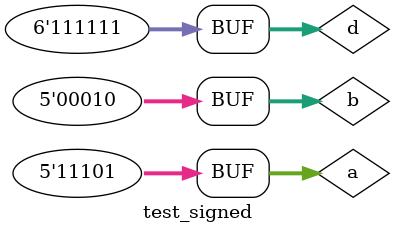
<source format=v>
module test_signed;
reg signed [4:0] a,b;
wire [5:0] d;

assign d=a+b;

initial
  begin
	
	#10;
	a=-3;
	b=2;
	$monitor ("D is %d",d);
  end 
endmodule


</source>
